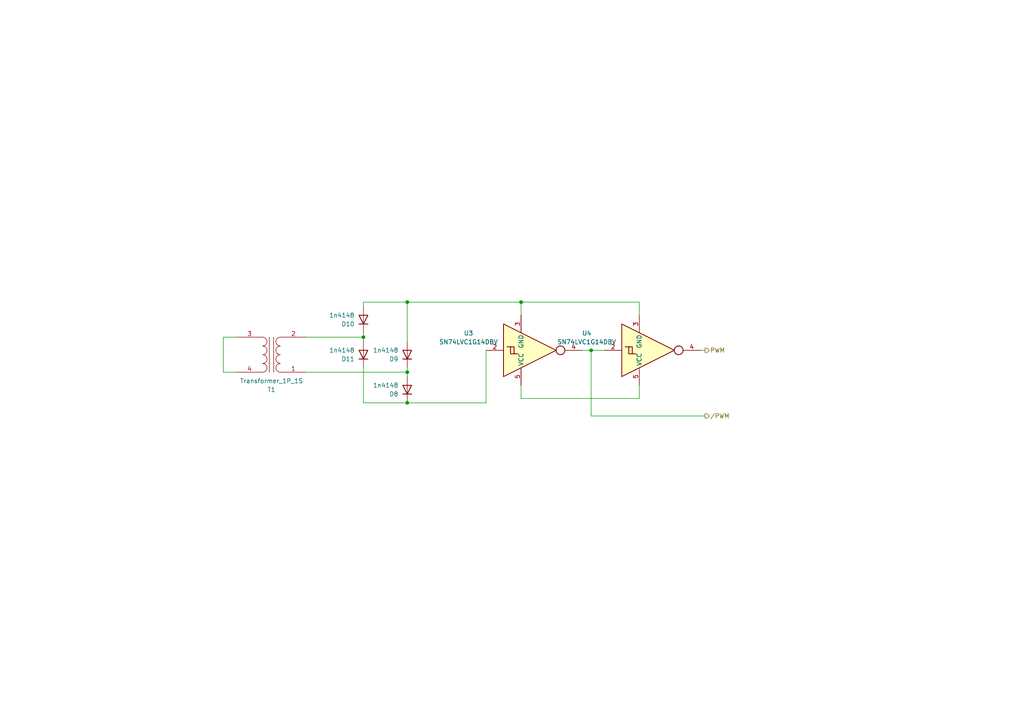
<source format=kicad_sch>
(kicad_sch (version 20230121) (generator eeschema)
  (paper "A4")
  (lib_symbols
    (symbol "74xGxx:SN74LVC1G14DBV"
      (property "Reference" "U" (at -5.08 10.16 0))
      (property "Value" "SN74LVC1G14DBV" (at 20.32 10.16 0))
      (symbol "SN74LVC1G14DBV_0_1"
        (polyline (pts (xy -2.032 1.016) (xy -1.016 1.016)) (stroke (width 0.254)) (fill (type background)))
        (polyline (pts (xy -5.08 7.62) (xy -5.08 -7.62) (xy 10.16 0) (xy -5.08 7.62)) (stroke (width 0.254)) (fill (type background)))
        (polyline (pts (xy -3.048 -1.016) (xy -3.048 1.016) (xy -2.032 1.016) (xy -2.032 -1.016) (xy -4.064 -1.016)) (stroke (width 0.254)) (fill (type background)))
        (circle (center 11.43 0) (radius 1.27) (stroke (width 0.254)))
      )
      (symbol "SN74LVC1G14DBV_1_1"
        (pin no_connect line (at 10.16 0 180) (length 5.08) hide (name "NC") (number "1"))
        (pin input line (at -10.16 0 0) (length 5.08) (name "~") (number "2"))
        (pin power_in line (at 0 -10.16 90) (length 5.08) (name "GND") (number "3"))
        (pin output line (at 17.78 0 180) (length 5.08) (name "~") (number "4"))
        (pin power_in line (at 0 10.16 270) (length 5.08) (name "VCC") (number "5"))
      )
    )
    (symbol "Device:D" (pin_numbers hide) (pin_names (offset 1.016) hide)
      (property "Reference" "D" (at 0 2.54 0))
      (property "Value" "D" (at 0 -2.54 0))
      (symbol "D_0_1"
        (polyline (pts (xy -1.27 1.27) (xy -1.27 -1.27)) (stroke (width 0.254)))
        (polyline (pts (xy 1.27 0) (xy -1.27 0)))
        (polyline (pts (xy 1.27 1.27) (xy 1.27 -1.27) (xy -1.27 0) (xy 1.27 1.27)) (stroke (width 0.254)))
      )
      (symbol "D_1_1"
        (pin passive line (at -3.81 0 0) (length 2.54) (name "K") (number "1"))
        (pin passive line (at 3.81 0 180) (length 2.54) (name "A") (number "2"))
      )
    )
    (symbol "Device:Transformer_1P_1S" (pin_names (offset 1.016) hide)
      (property "Reference" "T" (at 0 6.35 0))
      (property "Value" "Transformer_1P_1S" (at 0 -7.62 0))
      (symbol "Transformer_1P_1S_0_1"
        (arc (start -2.54 -5.0546) (mid -1.6599 -4.6901) (end -1.27 -3.81))
        (arc (start -2.54 -2.5146) (mid -1.6599 -2.1501) (end -1.27 -1.27))
        (arc (start -2.54 0.0254) (mid -1.6599 0.3899) (end -1.27 1.27))
        (arc (start -2.54 2.5654) (mid -1.6599 2.9299) (end -1.27 3.81))
        (arc (start -1.27 -3.81) (mid -1.642 -2.912) (end -2.54 -2.54))
        (arc (start -1.27 -1.27) (mid -1.642 -0.372) (end -2.54 0))
        (arc (start -1.27 1.27) (mid -1.642 2.168) (end -2.54 2.54))
        (arc (start -1.27 3.81) (mid -1.642 4.708) (end -2.54 5.08))
        (polyline (pts (xy -0.635 5.08) (xy -0.635 -5.08)))
        (polyline (pts (xy 0.635 -5.08) (xy 0.635 5.08)))
        (arc (start 1.2954 -1.27) (mid 1.6599 -2.1501) (end 2.54 -2.5146))
        (arc (start 1.2954 1.27) (mid 1.6599 0.3899) (end 2.54 0.0254))
        (arc (start 1.2954 3.81) (mid 1.6599 2.9299) (end 2.54 2.5654))
        (arc (start 1.3208 -3.81) (mid 1.6853 -4.6901) (end 2.5654 -5.0546))
        (arc (start 2.54 0) (mid 1.642 -0.372) (end 1.2954 -1.27))
        (arc (start 2.54 2.54) (mid 1.642 2.168) (end 1.2954 1.27))
        (arc (start 2.54 5.08) (mid 1.642 4.708) (end 1.2954 3.81))
        (arc (start 2.5654 -2.54) (mid 1.6674 -2.912) (end 1.3208 -3.81))
      )
      (symbol "Transformer_1P_1S_1_1"
        (pin passive line (at -10.16 5.08 0) (length 7.62) (name "AA") (number "1"))
        (pin passive line (at -10.16 -5.08 0) (length 7.62) (name "AB") (number "2"))
        (pin passive line (at 10.16 -5.08 180) (length 7.62) (name "SA") (number "3"))
        (pin passive line (at 10.16 5.08 180) (length 7.62) (name "SB") (number "4"))
      )
    )
  )
  (junction (at 171.45 101.6))
  (junction (at 105.41 97.79))
  (junction (at 151.13 87.63))
  (junction (at 118.11 87.63))
  (junction (at 118.11 107.95))
  (junction (at 118.11 116.84))
  (wire (pts (xy 185.42 91.44) (xy 185.42 87.63)))
  (wire (pts (xy 151.13 115.57) (xy 151.13 111.76)))
  (wire (pts (xy 185.42 115.57) (xy 151.13 115.57)))
  (wire (pts (xy 68.58 107.95) (xy 64.77 107.95)))
  (wire (pts (xy 68.58 97.79) (xy 64.77 97.79)))
  (wire (pts (xy 151.13 91.44) (xy 151.13 87.63)))
  (wire (pts (xy 105.41 116.84) (xy 118.11 116.84)))
  (wire (pts (xy 88.9 97.79) (xy 105.41 97.79)))
  (wire (pts (xy 118.11 87.63) (xy 105.41 87.63)))
  (wire (pts (xy 105.41 87.63) (xy 105.41 88.9)))
  (wire (pts (xy 118.11 116.84) (xy 140.97 116.84)))
  (wire (pts (xy 88.9 107.95) (xy 118.11 107.95)))
  (wire (pts (xy 118.11 107.95) (xy 118.11 106.68)))
  (wire (pts (xy 140.97 116.84) (xy 140.97 101.6)))
  (wire (pts (xy 185.42 111.76) (xy 185.42 115.57)))
  (wire (pts (xy 118.11 107.95) (xy 118.11 109.22)))
  (wire (pts (xy 64.77 107.95) (xy 64.77 97.79)))
  (wire (pts (xy 105.41 106.68) (xy 105.41 116.84)))
  (wire (pts (xy 185.42 87.63) (xy 151.13 87.63)))
  (wire (pts (xy 171.45 101.6) (xy 168.91 101.6)))
  (wire (pts (xy 105.41 99.06) (xy 105.41 97.79)))
  (wire (pts (xy 171.45 120.65) (xy 171.45 101.6)))
  (wire (pts (xy 204.47 101.6) (xy 203.2 101.6)))
  (wire (pts (xy 175.26 101.6) (xy 171.45 101.6)))
  (wire (pts (xy 118.11 99.06) (xy 118.11 87.63)))
  (wire (pts (xy 105.41 97.79) (xy 105.41 96.52)))
  (wire (pts (xy 151.13 87.63) (xy 118.11 87.63)))
  (wire (pts (xy 204.47 120.65) (xy 171.45 120.65)))
  (hierarchical_label "PWM" (shape output) (at 204.47 101.6 0))
  (hierarchical_label "{slash}PWM" (shape output) (at 204.47 120.65 0))
  (symbol (lib_id "74xGxx:SN74LVC1G14DBV") (at 151.13 101.6 0) (mirror x) (unit 1)
    (property "Reference" "U3" (at 135.89 96.6469 0))
    (property "Value" "SN74LVC1G14DBV" (at 135.89 99.1869 0))
    (property "Footprint" "Package_TO_SOT_SMD:SOT-23-5" (effects hide))
    (property "Datasheet" "http://www.ti.com/lit/ds/symlink/sn74lvc1g14.pdf" (effects hide))
    (instances (project "TC_SS" (path "" (reference "U3") (unit 1)) (path "" (reference "U4") (unit 1))))
  )
  (symbol (lib_id "Device:D") (at 118.11 102.87 90) (unit 1)
    (property "Reference" "D9" (at 115.57 104.14 90) (effects (justify left)))
    (property "Value" "1n4148" (at 115.57 101.6 90) (effects (justify left)))
    (property "Footprint" "Diode_SMD:D_SMB" (effects hide))
    (property "Sim.Device" "D" (effects hide))
    (property "Sim.Pins" "1=K 2=A" (effects hide))
  )
  (symbol (lib_id "Device:D") (at 118.11 113.03 90) (unit 1)
    (property "Reference" "D8" (at 115.57 114.3 90) (effects (justify left)))
    (property "Value" "1n4148" (at 115.57 111.76 90) (effects (justify left)))
    (property "Footprint" "Diode_SMD:D_SMB" (effects hide))
    (property "Sim.Device" "D" (effects hide))
    (property "Sim.Pins" "1=K 2=A" (effects hide))
  )
  (symbol (lib_id "Device:Transformer_1P_1S") (at 78.74 102.87 180) (unit 1)
    (property "Reference" "T1" (at 78.7273 113.03 0))
    (property "Value" "Transformer_1P_1S" (at 78.7273 110.49 0))
  )
  (symbol (lib_id "74xGxx:SN74LVC1G14DBV") (at 185.42 101.6 0) (mirror x) (unit 1)
    (property "Reference" "U4" (at 170.18 96.6469 0))
    (property "Value" "SN74LVC1G14DBV" (at 170.18 99.1869 0))
    (property "Footprint" "Package_TO_SOT_SMD:SOT-23-5" (effects hide))
    (property "Datasheet" "http://www.ti.com/lit/ds/symlink/sn74lvc1g14.pdf" (effects hide))
    (instances (project "TC_SS" (path "" (reference "U4") (unit 1)) (path "" (reference "U3") (unit 1))))
  )
  (symbol (lib_id "Device:D") (at 105.41 92.71 90) (unit 1)
    (property "Reference" "D10" (at 102.87 93.98 90) (effects (justify left)))
    (property "Value" "1n4148" (at 102.87 91.44 90) (effects (justify left)))
    (property "Footprint" "Diode_SMD:D_SMB" (effects hide))
    (property "Sim.Device" "D" (effects hide))
    (property "Sim.Pins" "1=K 2=A" (effects hide))
    (instances (project "TC_SS" (path "" (reference "D10") (unit 1)) (path "" (reference "D11") (unit 1))))
  )
  (symbol (lib_id "Device:D") (at 105.41 102.87 90) (unit 1)
    (property "Reference" "D11" (at 102.87 104.14 90) (effects (justify left)))
    (property "Value" "1n4148" (at 102.87 101.6 90) (effects (justify left)))
    (property "Footprint" "Diode_SMD:D_SMB" (effects hide))
    (property "Sim.Device" "D" (effects hide))
    (property "Sim.Pins" "1=K 2=A" (effects hide))
    (instances (project "TC_SS" (path "" (reference "D11") (unit 1)) (path "" (reference "D10") (unit 1))))
  )
)
</source>
